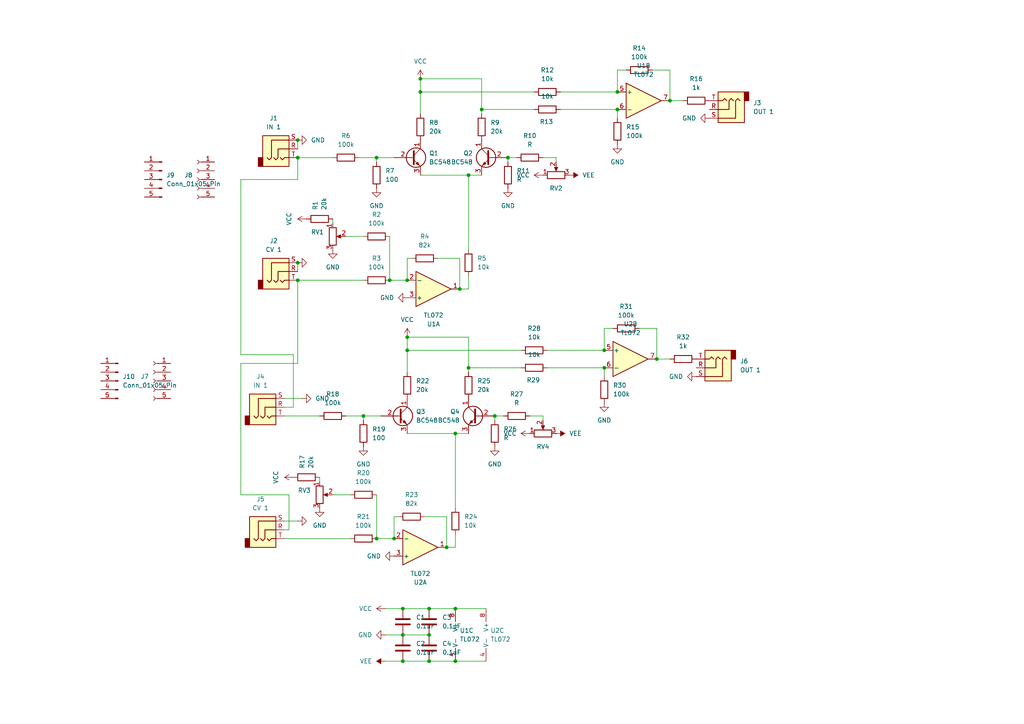
<source format=kicad_sch>
(kicad_sch (version 20231120) (generator "eeschema") (generator_version "8.0")
  (paper "A4")
  (lib_symbols
    (symbol "Amplifier_Operational:TL072" (pin_names (offset 0.127))
      (property "Reference" "U" (at 0 5.08 0))
      (property "Value" "TL072" (at 0 -5.08 0))
      (symbol "TL072_1_1"
        (polyline (pts (xy -5.08 5.08) (xy 5.08 0) (xy -5.08 -5.08) (xy -5.08 5.08)) (stroke (width 0.254)) (fill (type background)))
        (pin output line (at 7.62 0 180) (length 2.54) (name "~") (number "1"))
        (pin input line (at -7.62 -2.54 0) (length 2.54) (name "-") (number "2"))
        (pin input line (at -7.62 2.54 0) (length 2.54) (name "+") (number "3"))
      )
      (symbol "TL072_2_1"
        (polyline (pts (xy -5.08 5.08) (xy 5.08 0) (xy -5.08 -5.08) (xy -5.08 5.08)) (stroke (width 0.254)) (fill (type background)))
        (pin input line (at -7.62 2.54 0) (length 2.54) (name "+") (number "5"))
        (pin input line (at -7.62 -2.54 0) (length 2.54) (name "-") (number "6"))
        (pin output line (at 7.62 0 180) (length 2.54) (name "~") (number "7"))
      )
      (symbol "TL072_3_1"
        (pin power_in line (at -2.54 -7.62 90) (length 3.81) (name "V-") (number "4"))
        (pin power_in line (at -2.54 7.62 270) (length 3.81) (name "V+") (number "8"))
      )
    )
    (symbol "Connector:Conn_01x05_Pin" (pin_names (offset 1.016) hide)
      (property "Reference" "J" (at 0 7.62 0))
      (property "Value" "Conn_01x05_Pin" (at 0 -7.62 0))
      (symbol "Conn_01x05_Pin_1_1"
        (polyline (pts (xy 1.27 -5.08) (xy 0.8636 -5.08)) (stroke (width 0.1524)))
        (polyline (pts (xy 1.27 -2.54) (xy 0.8636 -2.54)) (stroke (width 0.1524)))
        (polyline (pts (xy 1.27 0) (xy 0.8636 0)) (stroke (width 0.1524)))
        (polyline (pts (xy 1.27 2.54) (xy 0.8636 2.54)) (stroke (width 0.1524)))
        (polyline (pts (xy 1.27 5.08) (xy 0.8636 5.08)) (stroke (width 0.1524)))
        (rectangle (start 0.8636 -4.953) (end 0 -5.207) (stroke (width 0.1524)) (fill (type outline)))
        (rectangle (start 0.8636 -2.413) (end 0 -2.667) (stroke (width 0.1524)) (fill (type outline)))
        (rectangle (start 0.8636 0.127) (end 0 -0.127) (stroke (width 0.1524)) (fill (type outline)))
        (rectangle (start 0.8636 2.667) (end 0 2.413) (stroke (width 0.1524)) (fill (type outline)))
        (rectangle (start 0.8636 5.207) (end 0 4.953) (stroke (width 0.1524)) (fill (type outline)))
        (pin passive line (at 5.08 5.08 180) (length 3.81) (name "Pin_1") (number "1"))
        (pin passive line (at 5.08 2.54 180) (length 3.81) (name "Pin_2") (number "2"))
        (pin passive line (at 5.08 0 180) (length 3.81) (name "Pin_3") (number "3"))
        (pin passive line (at 5.08 -2.54 180) (length 3.81) (name "Pin_4") (number "4"))
        (pin passive line (at 5.08 -5.08 180) (length 3.81) (name "Pin_5") (number "5"))
      )
    )
    (symbol "Connector:Conn_01x05_Socket" (pin_names (offset 1.016) hide)
      (property "Reference" "J" (at 0 7.62 0))
      (property "Value" "Conn_01x05_Socket" (at 0 -7.62 0))
      (symbol "Conn_01x05_Socket_1_1"
        (arc (start 0 -4.572) (mid -0.5058 -5.08) (end 0 -5.588) (stroke (width 0.1524)))
        (arc (start 0 -2.032) (mid -0.5058 -2.54) (end 0 -3.048) (stroke (width 0.1524)))
        (polyline (pts (xy -1.27 -5.08) (xy -0.508 -5.08)) (stroke (width 0.1524)))
        (polyline (pts (xy -1.27 -2.54) (xy -0.508 -2.54)) (stroke (width 0.1524)))
        (polyline (pts (xy -1.27 0) (xy -0.508 0)) (stroke (width 0.1524)))
        (polyline (pts (xy -1.27 2.54) (xy -0.508 2.54)) (stroke (width 0.1524)))
        (polyline (pts (xy -1.27 5.08) (xy -0.508 5.08)) (stroke (width 0.1524)))
        (arc (start 0 0.508) (mid -0.5058 0) (end 0 -0.508) (stroke (width 0.1524)))
        (arc (start 0 3.048) (mid -0.5058 2.54) (end 0 2.032) (stroke (width 0.1524)))
        (arc (start 0 5.588) (mid -0.5058 5.08) (end 0 4.572) (stroke (width 0.1524)))
        (pin passive line (at -5.08 5.08 0) (length 3.81) (name "Pin_1") (number "1"))
        (pin passive line (at -5.08 2.54 0) (length 3.81) (name "Pin_2") (number "2"))
        (pin passive line (at -5.08 0 0) (length 3.81) (name "Pin_3") (number "3"))
        (pin passive line (at -5.08 -2.54 0) (length 3.81) (name "Pin_4") (number "4"))
        (pin passive line (at -5.08 -5.08 0) (length 3.81) (name "Pin_5") (number "5"))
      )
    )
    (symbol "Connector_Audio:AudioJack3"
      (property "Reference" "J" (at 0 8.89 0))
      (property "Value" "AudioJack3" (at 0 6.35 0))
      (symbol "AudioJack3_0_1"
        (rectangle (start -5.08 -5.08) (end -6.35 -2.54) (stroke (width 0.254)) (fill (type outline)))
        (polyline (pts (xy 0 -2.54) (xy 0.635 -3.175) (xy 1.27 -2.54) (xy 2.54 -2.54)) (stroke (width 0.254)))
        (polyline (pts (xy -1.905 -2.54) (xy -1.27 -3.175) (xy -0.635 -2.54) (xy -0.635 0) (xy 2.54 0)) (stroke (width 0.254)))
        (polyline (pts (xy 2.54 2.54) (xy -2.54 2.54) (xy -2.54 -2.54) (xy -3.175 -3.175) (xy -3.81 -2.54)) (stroke (width 0.254)))
        (rectangle (start 2.54 3.81) (end -5.08 -5.08) (stroke (width 0.254)) (fill (type background)))
      )
      (symbol "AudioJack3_1_1"
        (pin passive line (at 5.08 0 180) (length 2.54) (name "~") (number "R"))
        (pin passive line (at 5.08 2.54 180) (length 2.54) (name "~") (number "S"))
        (pin passive line (at 5.08 -2.54 180) (length 2.54) (name "~") (number "T"))
      )
    )
    (symbol "Device:C" (pin_numbers hide) (pin_names (offset 0.254))
      (property "Reference" "C" (at 0.635 2.54 0))
      (property "Value" "C" (at 0.635 -2.54 0))
      (symbol "C_0_1"
        (polyline (pts (xy -2.032 -0.762) (xy 2.032 -0.762)) (stroke (width 0.508)))
        (polyline (pts (xy -2.032 0.762) (xy 2.032 0.762)) (stroke (width 0.508)))
      )
      (symbol "C_1_1"
        (pin passive line (at 0 3.81 270) (length 2.794) (name "~") (number "1"))
        (pin passive line (at 0 -3.81 90) (length 2.794) (name "~") (number "2"))
      )
    )
    (symbol "Device:R" (pin_numbers hide) (pin_names (offset 0))
      (property "Reference" "R" (at 2.032 0 90))
      (property "Value" "R" (at 0 0 90))
      (symbol "R_0_1"
        (rectangle (start -1.016 -2.54) (end 1.016 2.54) (stroke (width 0.254)))
      )
      (symbol "R_1_1"
        (pin passive line (at 0 3.81 270) (length 1.27) (name "~") (number "1"))
        (pin passive line (at 0 -3.81 90) (length 1.27) (name "~") (number "2"))
      )
    )
    (symbol "Device:R_Potentiometer" (pin_names (offset 1.016) hide)
      (property "Reference" "RV" (at -4.445 0 90))
      (property "Value" "R_Potentiometer" (at -2.54 0 90))
      (symbol "R_Potentiometer_0_1"
        (polyline (pts (xy 2.54 0) (xy 1.524 0)))
        (polyline (pts (xy 1.143 0) (xy 2.286 0.508) (xy 2.286 -0.508) (xy 1.143 0)) (fill (type outline)))
        (rectangle (start 1.016 2.54) (end -1.016 -2.54) (stroke (width 0.254)))
      )
      (symbol "R_Potentiometer_1_1"
        (pin passive line (at 0 3.81 270) (length 1.27) (name "1") (number "1"))
        (pin passive line (at 3.81 0 180) (length 1.27) (name "2") (number "2"))
        (pin passive line (at 0 -3.81 90) (length 1.27) (name "3") (number "3"))
      )
    )
    (symbol "Transistor_BJT:BC548" (pin_names (offset 0) hide)
      (property "Reference" "Q" (at 5.08 1.905 0))
      (property "Value" "BC548" (at 5.08 0 0))
      (symbol "BC548_0_1"
        (polyline (pts (xy 0 0) (xy 0.635 0)))
        (polyline (pts (xy 0.635 0.635) (xy 2.54 2.54)))
        (polyline (pts (xy 0.635 -0.635) (xy 2.54 -2.54) (xy 2.54 -2.54)))
        (polyline (pts (xy 0.635 1.905) (xy 0.635 -1.905) (xy 0.635 -1.905)) (stroke (width 0.508)))
        (polyline (pts (xy 1.27 -1.778) (xy 1.778 -1.27) (xy 2.286 -2.286) (xy 1.27 -1.778) (xy 1.27 -1.778)) (fill (type outline)))
        (circle (center 1.27 0) (radius 2.8194) (stroke (width 0.254)))
      )
      (symbol "BC548_1_1"
        (pin passive line (at 2.54 5.08 270) (length 2.54) (name "C") (number "1"))
        (pin input line (at -5.08 0 0) (length 5.08) (name "B") (number "2"))
        (pin passive line (at 2.54 -5.08 90) (length 2.54) (name "E") (number "3"))
      )
    )
    (symbol "power:GND" (power) (pin_numbers hide) (pin_names (offset 0) hide)
      (property "Value" "GND" (at 0 -3.81 0))
      (symbol "GND_0_1"
        (polyline (pts (xy 0 0) (xy 0 -1.27) (xy 1.27 -1.27) (xy 0 -2.54) (xy -1.27 -1.27) (xy 0 -1.27)))
      )
      (symbol "GND_1_1"
        (pin power_in line (at 0 0 270) (length 0) (name "~") (number "1"))
      )
    )
    (symbol "power:VCC" (power) (pin_numbers hide) (pin_names (offset 0) hide)
      (property "Value" "VCC" (at 0 3.556 0))
      (symbol "VCC_0_1"
        (polyline (pts (xy -0.762 1.27) (xy 0 2.54)))
        (polyline (pts (xy 0 0) (xy 0 2.54)))
        (polyline (pts (xy 0 2.54) (xy 0.762 1.27)))
      )
      (symbol "VCC_1_1"
        (pin power_in line (at 0 0 90) (length 0) (name "~") (number "1"))
      )
    )
    (symbol "power:VEE" (power) (pin_numbers hide) (pin_names (offset 0) hide)
      (property "Value" "VEE" (at 0 3.556 0))
      (symbol "VEE_0_1"
        (polyline (pts (xy 0 0) (xy 0 2.54)))
        (polyline (pts (xy 0.762 1.27) (xy -0.762 1.27) (xy 0 2.54) (xy 0.762 1.27)) (fill (type outline)))
      )
      (symbol "VEE_1_1"
        (pin power_in line (at 0 0 90) (length 0) (name "~") (number "1"))
      )
    )
  )
  (junction (at 113.03 81.28))
  (junction (at 121.92 26.67))
  (junction (at 86.36 45.72))
  (junction (at 124.46 191.77))
  (junction (at 194.31 29.21))
  (junction (at 116.84 176.53))
  (junction (at 143.51 120.65))
  (junction (at 132.08 125.73))
  (junction (at 179.07 31.75))
  (junction (at 118.11 101.6))
  (junction (at 124.46 176.53))
  (junction (at 135.89 106.68))
  (junction (at 86.36 81.28))
  (junction (at 121.92 22.86))
  (junction (at 116.84 191.77))
  (junction (at 190.5 104.14))
  (junction (at 147.32 45.72))
  (junction (at 109.22 45.72))
  (junction (at 86.36 76.2))
  (junction (at 132.08 191.77))
  (junction (at 133.35 83.82))
  (junction (at 139.7 31.75))
  (junction (at 175.26 106.68))
  (junction (at 116.84 184.15))
  (junction (at 118.11 97.79))
  (junction (at 118.11 81.28))
  (junction (at 135.89 50.8))
  (junction (at 132.08 176.53))
  (junction (at 86.36 40.64))
  (junction (at 179.07 26.67))
  (junction (at 109.22 156.21))
  (junction (at 105.41 120.65))
  (junction (at 124.46 184.15))
  (junction (at 175.26 101.6))
  (junction (at 114.3 156.21))
  (junction (at 129.54 158.75))
  (wire (pts (xy 105.41 120.65) (xy 110.49 120.65)))
  (wire (pts (xy 105.41 121.92) (xy 105.41 120.65)))
  (wire (pts (xy 162.56 31.75) (xy 179.07 31.75)))
  (wire (pts (xy 124.46 176.53) (xy 132.08 176.53)))
  (wire (pts (xy 121.92 26.67) (xy 154.94 26.67)))
  (wire (pts (xy 86.36 151.13) (xy 82.55 151.13)))
  (wire (pts (xy 87.63 115.57) (xy 82.55 115.57)))
  (wire (pts (xy 132.08 154.94) (xy 132.08 158.75)))
  (wire (pts (xy 118.11 74.93) (xy 119.38 74.93)))
  (wire (pts (xy 153.67 120.65) (xy 157.48 120.65)))
  (wire (pts (xy 179.07 20.32) (xy 181.61 20.32)))
  (wire (pts (xy 175.26 95.25) (xy 175.26 101.6)))
  (wire (pts (xy 139.7 31.75) (xy 139.7 33.02)))
  (wire (pts (xy 194.31 104.14) (xy 190.5 104.14)))
  (wire (pts (xy 143.51 121.92) (xy 143.51 120.65)))
  (wire (pts (xy 85.09 102.87) (xy 85.09 118.11)))
  (wire (pts (xy 104.14 45.72) (xy 109.22 45.72)))
  (wire (pts (xy 96.52 45.72) (xy 86.36 45.72)))
  (wire (pts (xy 111.76 184.15) (xy 116.84 184.15)))
  (wire (pts (xy 161.29 45.72) (xy 161.29 46.99)))
  (wire (pts (xy 109.22 45.72) (xy 114.3 45.72)))
  (wire (pts (xy 92.71 138.43) (xy 92.71 139.7)))
  (wire (pts (xy 198.12 29.21) (xy 194.31 29.21)))
  (wire (pts (xy 190.5 95.25) (xy 190.5 104.14)))
  (wire (pts (xy 116.84 184.15) (xy 124.46 184.15)))
  (wire (pts (xy 69.85 105.41) (xy 86.36 105.41)))
  (wire (pts (xy 116.84 176.53) (xy 124.46 176.53)))
  (wire (pts (xy 118.11 101.6) (xy 118.11 107.95)))
  (wire (pts (xy 100.33 68.58) (xy 105.41 68.58)))
  (wire (pts (xy 111.76 176.53) (xy 116.84 176.53)))
  (wire (pts (xy 157.48 45.72) (xy 161.29 45.72)))
  (wire (pts (xy 86.36 76.2) (xy 86.36 78.74)))
  (wire (pts (xy 96.52 63.5) (xy 96.52 64.77)))
  (wire (pts (xy 111.76 191.77) (xy 116.84 191.77)))
  (wire (pts (xy 123.19 149.86) (xy 129.54 149.86)))
  (wire (pts (xy 124.46 191.77) (xy 132.08 191.77)))
  (wire (pts (xy 135.89 50.8) (xy 135.89 72.39)))
  (wire (pts (xy 147.32 45.72) (xy 149.86 45.72)))
  (wire (pts (xy 132.08 191.77) (xy 140.97 191.77)))
  (wire (pts (xy 143.51 120.65) (xy 146.05 120.65)))
  (wire (pts (xy 135.89 106.68) (xy 135.89 107.95)))
  (wire (pts (xy 114.3 149.86) (xy 114.3 156.21)))
  (wire (pts (xy 69.85 143.51) (xy 83.82 143.51)))
  (wire (pts (xy 113.03 81.28) (xy 118.11 81.28)))
  (wire (pts (xy 69.85 102.87) (xy 85.09 102.87)))
  (wire (pts (xy 179.07 20.32) (xy 179.07 26.67)))
  (wire (pts (xy 109.22 156.21) (xy 114.3 156.21)))
  (wire (pts (xy 69.85 52.07) (xy 69.85 102.87)))
  (wire (pts (xy 179.07 34.29) (xy 179.07 31.75)))
  (wire (pts (xy 121.92 22.86) (xy 121.92 26.67)))
  (wire (pts (xy 69.85 52.07) (xy 86.36 52.07)))
  (wire (pts (xy 96.52 143.51) (xy 101.6 143.51)))
  (wire (pts (xy 162.56 26.67) (xy 179.07 26.67)))
  (wire (pts (xy 135.89 106.68) (xy 151.13 106.68)))
  (wire (pts (xy 113.03 68.58) (xy 113.03 81.28)))
  (wire (pts (xy 121.92 50.8) (xy 135.89 50.8)))
  (wire (pts (xy 132.08 125.73) (xy 135.89 125.73)))
  (wire (pts (xy 121.92 22.86) (xy 139.7 22.86)))
  (wire (pts (xy 147.32 46.99) (xy 147.32 45.72)))
  (wire (pts (xy 100.33 120.65) (xy 105.41 120.65)))
  (wire (pts (xy 132.08 176.53) (xy 140.97 176.53)))
  (wire (pts (xy 189.23 20.32) (xy 194.31 20.32)))
  (wire (pts (xy 116.84 191.77) (xy 124.46 191.77)))
  (wire (pts (xy 129.54 149.86) (xy 129.54 158.75)))
  (wire (pts (xy 133.35 74.93) (xy 133.35 83.82)))
  (wire (pts (xy 139.7 31.75) (xy 154.94 31.75)))
  (wire (pts (xy 118.11 97.79) (xy 118.11 101.6)))
  (wire (pts (xy 135.89 50.8) (xy 139.7 50.8)))
  (wire (pts (xy 135.89 97.79) (xy 135.89 106.68)))
  (wire (pts (xy 175.26 95.25) (xy 177.8 95.25)))
  (wire (pts (xy 118.11 74.93) (xy 118.11 81.28)))
  (wire (pts (xy 109.22 46.99) (xy 109.22 45.72)))
  (wire (pts (xy 118.11 97.79) (xy 135.89 97.79)))
  (wire (pts (xy 86.36 81.28) (xy 86.36 105.41)))
  (wire (pts (xy 129.54 158.75) (xy 132.08 158.75)))
  (wire (pts (xy 127 74.93) (xy 133.35 74.93)))
  (wire (pts (xy 109.22 143.51) (xy 109.22 156.21)))
  (wire (pts (xy 83.82 143.51) (xy 83.82 153.67)))
  (wire (pts (xy 157.48 120.65) (xy 157.48 121.92)))
  (wire (pts (xy 86.36 81.28) (xy 105.41 81.28)))
  (wire (pts (xy 158.75 106.68) (xy 175.26 106.68)))
  (wire (pts (xy 135.89 80.01) (xy 135.89 83.82)))
  (wire (pts (xy 86.36 40.64) (xy 86.36 43.18)))
  (wire (pts (xy 69.85 105.41) (xy 69.85 143.51)))
  (wire (pts (xy 82.55 118.11) (xy 85.09 118.11)))
  (wire (pts (xy 132.08 125.73) (xy 132.08 147.32)))
  (wire (pts (xy 114.3 149.86) (xy 115.57 149.86)))
  (wire (pts (xy 82.55 156.21) (xy 101.6 156.21)))
  (wire (pts (xy 175.26 109.22) (xy 175.26 106.68)))
  (wire (pts (xy 121.92 26.67) (xy 121.92 33.02)))
  (wire (pts (xy 158.75 101.6) (xy 175.26 101.6)))
  (wire (pts (xy 194.31 20.32) (xy 194.31 29.21)))
  (wire (pts (xy 133.35 83.82) (xy 135.89 83.82)))
  (wire (pts (xy 86.36 45.72) (xy 86.36 52.07)))
  (wire (pts (xy 139.7 22.86) (xy 139.7 31.75)))
  (wire (pts (xy 118.11 101.6) (xy 151.13 101.6)))
  (wire (pts (xy 92.71 120.65) (xy 82.55 120.65)))
  (wire (pts (xy 82.55 153.67) (xy 83.82 153.67)))
  (wire (pts (xy 185.42 95.25) (xy 190.5 95.25)))
  (wire (pts (xy 118.11 125.73) (xy 132.08 125.73)))
  (symbol (lib_id "Device:R") (at 179.07 38.1 0) (unit 1)
    (property "Reference" "R15" (at 181.61 36.8299 0) (effects (justify left)))
    (property "Value" "100k" (at 181.61 39.3699 0) (effects (justify left)))
    (property "Footprint" "Resistor_THT:R_Axial_DIN0207_L6.3mm_D2.5mm_P2.54mm_Vertical" (effects (hide yes)))
    (property "Description" "Resistor" (effects (hide yes)))
  )
  (symbol (lib_id "Device:R") (at 132.08 151.13 0) (unit 1)
    (property "Reference" "R24" (at 134.62 149.8599 0) (effects (justify left)))
    (property "Value" "10k" (at 134.62 152.3999 0) (effects (justify left)))
    (property "Footprint" "Resistor_THT:R_Axial_DIN0207_L6.3mm_D2.5mm_P2.54mm_Vertical" (effects (hide yes)))
    (property "Description" "Resistor" (effects (hide yes)))
  )
  (symbol (lib_id "Connector:Conn_01x05_Pin") (at 46.99 52.07 0) (mirror y) (unit 1)
    (property "Reference" "J9" (at 48.26 50.7999 0) (effects (justify right)))
    (property "Value" "Conn_01x05_Pin" (at 48.26 53.3399 0) (effects (justify right)))
    (property "Description" "Generic connector, single row, 01x05, script generated" (effects (hide yes)))
  )
  (symbol (lib_id "Device:R") (at 88.9 138.43 90) (unit 1)
    (property "Reference" "R17" (at 87.6299 135.89 0) (effects (justify left)))
    (property "Value" "20k" (at 90.1699 135.89 0) (effects (justify left)))
    (property "Footprint" "Resistor_THT:R_Axial_DIN0207_L6.3mm_D2.5mm_P2.54mm_Vertical" (effects (hide yes)))
    (property "Description" "Resistor" (effects (hide yes)))
  )
  (symbol (lib_id "Device:R") (at 158.75 31.75 90) (unit 1)
    (property "Reference" "R13" (at 158.496 35.306 90))
    (property "Value" "10k" (at 158.75 27.94 90))
    (property "Footprint" "Resistor_THT:R_Axial_DIN0207_L6.3mm_D2.5mm_P2.54mm_Vertical" (effects (hide yes)))
    (property "Description" "Resistor" (effects (hide yes)))
  )
  (symbol (lib_id "Device:R") (at 158.75 26.67 90) (unit 1)
    (property "Reference" "R12" (at 158.75 20.32 90))
    (property "Value" "10k" (at 158.75 22.86 90))
    (property "Footprint" "Resistor_THT:R_Axial_DIN0207_L6.3mm_D2.5mm_P2.54mm_Vertical" (effects (hide yes)))
    (property "Description" "Resistor" (effects (hide yes)))
  )
  (symbol (lib_id "power:GND") (at 86.36 151.13 90) (unit 1)
    (property "Reference" "#PWR014" (effects (hide yes)))
    (property "Value" "GND" (effects (hide yes)))
    (property "Description" "Power symbol creates a global label with name \"GND\" , ground" (effects (hide yes)))
  )
  (symbol (lib_id "power:GND") (at 147.32 54.61 0) (unit 1)
    (property "Reference" "#PWR06" (effects (hide yes)))
    (property "Value" "GND" (at 147.32 59.69 0))
    (property "Description" "Power symbol creates a global label with name \"GND\" , ground" (effects (hide yes)))
  )
  (symbol (lib_id "Device:R_Potentiometer") (at 161.29 50.8 90) (unit 1)
    (property "Reference" "RV2" (at 161.29 54.61 90))
    (property "Value" "R_Potentiometer" (effects (hide yes)))
    (property "Footprint" "Eurorack:Potentiometer_RV09" (effects (hide yes)))
    (property "Description" "Potentiometer" (effects (hide yes)))
  )
  (symbol (lib_id "power:VCC") (at 88.9 63.5 90) (unit 1)
    (property "Reference" "#PWR03" (effects (hide yes)))
    (property "Value" "VCC" (at 83.82 63.5 0))
    (property "Description" "Power symbol creates a global label with name \"VCC\"" (effects (hide yes)))
  )
  (symbol (lib_id "Transistor_BJT:BC548") (at 138.43 120.65 0) (mirror y) (unit 1)
    (property "Reference" "Q4" (at 133.35 119.3799 0) (effects (justify left)))
    (property "Value" "BC548" (at 133.35 121.9199 0) (effects (justify left)))
    (property "Footprint" "Package_TO_SOT_THT:TO-92_Inline" (effects (hide yes)))
    (property "Datasheet" "https://www.onsemi.com/pub/Collateral/BC550-D.pdf" (effects (hide yes)))
    (property "Description" "0.1A Ic, 30V Vce, Small Signal NPN Transistor, TO-92" (effects (hide yes)))
  )
  (symbol (lib_id "power:VEE") (at 161.29 125.73 270) (unit 1)
    (property "Reference" "#PWR022" (effects (hide yes)))
    (property "Value" "VEE" (at 165.1 125.7299 90) (effects (justify left)))
    (property "Description" "Power symbol creates a global label with name \"VEE\"" (effects (hide yes)))
  )
  (symbol (lib_id "power:GND") (at 111.76 184.15 270) (unit 1)
    (property "Reference" "#PWR027" (effects (hide yes)))
    (property "Value" "GND" (at 107.95 184.1499 90) (effects (justify right)))
    (property "Description" "Power symbol creates a global label with name \"GND\" , ground" (effects (hide yes)))
  )
  (symbol (lib_id "power:GND") (at 114.3 161.29 270) (unit 1)
    (property "Reference" "#PWR018" (effects (hide yes)))
    (property "Value" "GND" (at 110.49 161.2899 90) (effects (justify right)))
    (property "Description" "Power symbol creates a global label with name \"GND\" , ground" (effects (hide yes)))
  )
  (symbol (lib_id "Device:R") (at 201.93 29.21 90) (unit 1)
    (property "Reference" "R16" (at 201.93 22.86 90))
    (property "Value" "1k" (at 201.93 25.4 90))
    (property "Footprint" "Resistor_THT:R_Axial_DIN0207_L6.3mm_D2.5mm_P2.54mm_Vertical" (effects (hide yes)))
    (property "Description" "Resistor" (effects (hide yes)))
  )
  (symbol (lib_id "Device:C") (at 124.46 180.34 0) (unit 1)
    (property "Reference" "C3" (at 128.27 179.0699 0) (effects (justify left)))
    (property "Value" "0.1uF" (at 128.27 181.6099 0) (effects (justify left)))
    (property "Footprint" "Capacitor_THT:CP_Radial_D5.0mm_P2.00mm" (effects (hide yes)))
    (property "Description" "Unpolarized capacitor" (effects (hide yes)))
  )
  (symbol (lib_id "Device:R") (at 154.94 101.6 90) (unit 1)
    (property "Reference" "R28" (at 154.94 95.25 90))
    (property "Value" "10k" (at 154.94 97.79 90))
    (property "Footprint" "Resistor_THT:R_Axial_DIN0207_L6.3mm_D2.5mm_P2.54mm_Vertical" (effects (hide yes)))
    (property "Description" "Resistor" (effects (hide yes)))
  )
  (symbol (lib_id "Device:C") (at 124.46 187.96 0) (unit 1)
    (property "Reference" "C4" (at 128.27 186.6899 0) (effects (justify left)))
    (property "Value" "0.1uF" (at 128.27 189.2299 0) (effects (justify left)))
    (property "Footprint" "Capacitor_THT:CP_Radial_D5.0mm_P2.00mm" (effects (hide yes)))
    (property "Description" "Unpolarized capacitor" (effects (hide yes)))
  )
  (symbol (lib_id "Device:R") (at 153.67 45.72 90) (unit 1)
    (property "Reference" "R10" (at 153.67 39.37 90))
    (property "Value" "R" (at 153.67 41.91 90))
    (property "Footprint" "Resistor_THT:R_Axial_DIN0207_L6.3mm_D2.5mm_P2.54mm_Vertical" (effects (hide yes)))
    (property "Description" "Resistor" (effects (hide yes)))
  )
  (symbol (lib_id "Device:R") (at 121.92 36.83 0) (unit 1)
    (property "Reference" "R8" (at 124.46 35.5599 0) (effects (justify left)))
    (property "Value" "20k" (at 124.46 38.0999 0) (effects (justify left)))
    (property "Footprint" "Resistor_THT:R_Axial_DIN0207_L6.3mm_D2.5mm_P2.54mm_Vertical" (effects (hide yes)))
    (property "Description" "Resistor" (effects (hide yes)))
  )
  (symbol (lib_id "Device:R") (at 198.12 104.14 90) (unit 1)
    (property "Reference" "R32" (at 198.12 97.79 90))
    (property "Value" "1k" (at 198.12 100.33 90))
    (property "Footprint" "Resistor_THT:R_Axial_DIN0207_L6.3mm_D2.5mm_P2.54mm_Vertical" (effects (hide yes)))
    (property "Description" "Resistor" (effects (hide yes)))
  )
  (symbol (lib_id "Transistor_BJT:BC548") (at 119.38 45.72 0) (unit 1)
    (property "Reference" "Q1" (at 124.46 44.4499 0) (effects (justify left)))
    (property "Value" "BC548" (at 124.46 46.9899 0) (effects (justify left)))
    (property "Footprint" "Package_TO_SOT_THT:TO-92_Inline" (effects (hide yes)))
    (property "Datasheet" "https://www.onsemi.com/pub/Collateral/BC550-D.pdf" (effects (hide yes)))
    (property "Description" "0.1A Ic, 30V Vce, Small Signal NPN Transistor, TO-92" (effects (hide yes)))
  )
  (symbol (lib_id "Device:R") (at 154.94 106.68 90) (unit 1)
    (property "Reference" "R29" (at 154.686 110.236 90))
    (property "Value" "10k" (at 154.94 102.87 90))
    (property "Footprint" "Resistor_THT:R_Axial_DIN0207_L6.3mm_D2.5mm_P2.54mm_Vertical" (effects (hide yes)))
    (property "Description" "Resistor" (effects (hide yes)))
  )
  (symbol (lib_id "Connector:Conn_01x05_Pin") (at 34.29 110.49 0) (mirror y) (unit 1)
    (property "Reference" "J10" (at 35.56 109.2199 0) (effects (justify right)))
    (property "Value" "Conn_01x05_Pin" (at 35.56 111.7599 0) (effects (justify right)))
    (property "Description" "Generic connector, single row, 01x05, script generated" (effects (hide yes)))
  )
  (symbol (lib_id "power:GND") (at 86.36 40.64 90) (unit 1)
    (property "Reference" "#PWR012" (effects (hide yes)))
    (property "Value" "GND" (at 90.17 40.6399 90) (effects (justify right)))
    (property "Description" "Power symbol creates a global label with name \"GND\" , ground" (effects (hide yes)))
  )
  (symbol (lib_id "Device:R") (at 109.22 68.58 90) (unit 1)
    (property "Reference" "R2" (at 109.22 62.23 90))
    (property "Value" "100k" (at 109.22 64.77 90))
    (property "Footprint" "Resistor_THT:R_Axial_DIN0207_L6.3mm_D2.5mm_P2.54mm_Vertical" (effects (hide yes)))
    (property "Description" "Resistor" (effects (hide yes)))
  )
  (symbol (lib_id "Device:R") (at 181.61 95.25 90) (unit 1)
    (property "Reference" "R31" (at 181.61 88.9 90))
    (property "Value" "100k" (at 181.61 91.44 90))
    (property "Footprint" "Resistor_THT:R_Axial_DIN0207_L6.3mm_D2.5mm_P2.54mm_Vertical" (effects (hide yes)))
    (property "Description" "Resistor" (effects (hide yes)))
  )
  (symbol (lib_id "Device:R") (at 118.11 111.76 0) (unit 1)
    (property "Reference" "R22" (at 120.65 110.4899 0) (effects (justify left)))
    (property "Value" "20k" (at 120.65 113.0299 0) (effects (justify left)))
    (property "Footprint" "Resistor_THT:R_Axial_DIN0207_L6.3mm_D2.5mm_P2.54mm_Vertical" (effects (hide yes)))
    (property "Description" "Resistor" (effects (hide yes)))
  )
  (symbol (lib_id "Connector_Audio:AudioJack3") (at 81.28 78.74 0) (unit 1)
    (property "Reference" "J2" (at 79.375 69.85 0))
    (property "Value" "CV 1" (at 79.375 72.39 0))
    (property "Footprint" "Eurorack:AudioJack_3.5mm" (effects (hide yes)))
    (property "Description" "Audio Jack, 3 Poles (Stereo / TRS)" (effects (hide yes)))
  )
  (symbol (lib_id "Amplifier_Operational:TL072") (at 125.73 83.82 0) (mirror x) (unit 1)
    (property "Reference" "U1" (at 125.73 93.98 0))
    (property "Value" "TL072" (at 125.73 91.44 0))
    (property "Footprint" "Package_DIP:DIP-8_W7.62mm" (effects (hide yes)))
    (property "Datasheet" "http://www.ti.com/lit/ds/symlink/tl071.pdf" (effects (hide yes)))
    (property "Description" "Dual Low-Noise JFET-Input Operational Amplifiers, DIP-8/SOIC-8" (effects (hide yes)))
  )
  (symbol (lib_id "power:GND") (at 118.11 86.36 270) (unit 1)
    (property "Reference" "#PWR011" (effects (hide yes)))
    (property "Value" "GND" (at 114.3 86.3599 90) (effects (justify right)))
    (property "Description" "Power symbol creates a global label with name \"GND\" , ground" (effects (hide yes)))
  )
  (symbol (lib_id "Connector_Audio:AudioJack3") (at 77.47 153.67 0) (unit 1)
    (property "Reference" "J5" (at 75.565 144.78 0))
    (property "Value" "CV 1" (at 75.565 147.32 0))
    (property "Footprint" "Eurorack:AudioJack_3.5mm" (effects (hide yes)))
    (property "Description" "Audio Jack, 3 Poles (Stereo / TRS)" (effects (hide yes)))
  )
  (symbol (lib_id "Device:R") (at 109.22 81.28 270) (unit 1)
    (property "Reference" "R3" (at 109.22 74.93 90))
    (property "Value" "100k" (at 109.22 77.47 90))
    (property "Footprint" "Resistor_THT:R_Axial_DIN0207_L6.3mm_D2.5mm_P2.54mm_Vertical" (effects (hide yes)))
    (property "Description" "Resistor" (effects (hide yes)))
  )
  (symbol (lib_id "Amplifier_Operational:TL072") (at 134.62 184.15 0) (unit 3)
    (property "Reference" "U1" (at 133.35 182.8799 0) (effects (justify left)))
    (property "Value" "TL072" (at 133.35 185.4199 0) (effects (justify left)))
    (property "Footprint" "Package_DIP:DIP-8_W7.62mm" (effects (hide yes)))
    (property "Datasheet" "http://www.ti.com/lit/ds/symlink/tl071.pdf" (effects (hide yes)))
    (property "Description" "Dual Low-Noise JFET-Input Operational Amplifiers, DIP-8/SOIC-8" (effects (hide yes)))
  )
  (symbol (lib_id "Device:R") (at 185.42 20.32 90) (unit 1)
    (property "Reference" "R14" (at 185.42 13.97 90))
    (property "Value" "100k" (at 185.42 16.51 90))
    (property "Footprint" "Resistor_THT:R_Axial_DIN0207_L6.3mm_D2.5mm_P2.54mm_Vertical" (effects (hide yes)))
    (property "Description" "Resistor" (effects (hide yes)))
  )
  (symbol (lib_id "power:VCC") (at 153.67 125.73 90) (unit 1)
    (property "Reference" "#PWR021" (effects (hide yes)))
    (property "Value" "VCC" (at 149.86 125.7299 90) (effects (justify left)))
    (property "Description" "Power symbol creates a global label with name \"VCC\"" (effects (hide yes)))
  )
  (symbol (lib_id "Transistor_BJT:BC548") (at 142.24 45.72 0) (mirror y) (unit 1)
    (property "Reference" "Q2" (at 137.16 44.4499 0) (effects (justify left)))
    (property "Value" "BC548" (at 137.16 46.9899 0) (effects (justify left)))
    (property "Footprint" "Package_TO_SOT_THT:TO-92_Inline" (effects (hide yes)))
    (property "Datasheet" "https://www.onsemi.com/pub/Collateral/BC550-D.pdf" (effects (hide yes)))
    (property "Description" "0.1A Ic, 30V Vce, Small Signal NPN Transistor, TO-92" (effects (hide yes)))
  )
  (symbol (lib_id "Connector_Audio:AudioJack3") (at 210.82 31.75 180) (unit 1)
    (property "Reference" "J3" (at 218.44 29.8449 0) (effects (justify right)))
    (property "Value" "OUT 1" (at 218.44 32.3849 0) (effects (justify right)))
    (property "Footprint" "Eurorack:AudioJack_3.5mm" (effects (hide yes)))
    (property "Description" "Audio Jack, 3 Poles (Stereo / TRS)" (effects (hide yes)))
  )
  (symbol (lib_id "power:GND") (at 92.71 147.32 0) (unit 1)
    (property "Reference" "#PWR016" (effects (hide yes)))
    (property "Value" "GND" (at 92.71 152.4 0))
    (property "Description" "Power symbol creates a global label with name \"GND\" , ground" (effects (hide yes)))
  )
  (symbol (lib_id "power:GND") (at 105.41 129.54 0) (unit 1)
    (property "Reference" "#PWR017" (effects (hide yes)))
    (property "Value" "GND" (at 105.41 134.62 0))
    (property "Description" "Power symbol creates a global label with name \"GND\" , ground" (effects (hide yes)))
  )
  (symbol (lib_id "Amplifier_Operational:TL072") (at 186.69 29.21 0) (unit 2)
    (property "Reference" "U1" (at 186.69 19.05 0))
    (property "Value" "TL072" (at 186.69 21.59 0))
    (property "Footprint" "Package_DIP:DIP-8_W7.62mm" (effects (hide yes)))
    (property "Datasheet" "http://www.ti.com/lit/ds/symlink/tl071.pdf" (effects (hide yes)))
    (property "Description" "Dual Low-Noise JFET-Input Operational Amplifiers, DIP-8/SOIC-8" (effects (hide yes)))
  )
  (symbol (lib_id "Connector_Audio:AudioJack3") (at 77.47 118.11 0) (unit 1)
    (property "Reference" "J4" (at 75.565 109.22 0))
    (property "Value" "IN 1" (at 75.565 111.76 0))
    (property "Footprint" "Eurorack:AudioJack_3.5mm" (effects (hide yes)))
    (property "Description" "Audio Jack, 3 Poles (Stereo / TRS)" (effects (hide yes)))
  )
  (symbol (lib_id "Device:R") (at 105.41 156.21 270) (unit 1)
    (property "Reference" "R21" (at 105.41 149.86 90))
    (property "Value" "100k" (at 105.41 152.4 90))
    (property "Footprint" "Resistor_THT:R_Axial_DIN0207_L6.3mm_D2.5mm_P2.54mm_Vertical" (effects (hide yes)))
    (property "Description" "Resistor" (effects (hide yes)))
  )
  (symbol (lib_id "Transistor_BJT:BC548") (at 115.57 120.65 0) (unit 1)
    (property "Reference" "Q3" (at 120.65 119.3799 0) (effects (justify left)))
    (property "Value" "BC548" (at 120.65 121.9199 0) (effects (justify left)))
    (property "Footprint" "Package_TO_SOT_THT:TO-92_Inline" (effects (hide yes)))
    (property "Datasheet" "https://www.onsemi.com/pub/Collateral/BC550-D.pdf" (effects (hide yes)))
    (property "Description" "0.1A Ic, 30V Vce, Small Signal NPN Transistor, TO-92" (effects (hide yes)))
  )
  (symbol (lib_id "Connector_Audio:AudioJack3") (at 81.28 43.18 0) (unit 1)
    (property "Reference" "J1" (at 79.375 34.29 0))
    (property "Value" "IN 1" (at 79.375 36.83 0))
    (property "Footprint" "Eurorack:AudioJack_3.5mm" (effects (hide yes)))
    (property "Description" "Audio Jack, 3 Poles (Stereo / TRS)" (effects (hide yes)))
  )
  (symbol (lib_id "power:GND") (at 86.36 76.2 90) (unit 1)
    (property "Reference" "#PWR02" (effects (hide yes)))
    (property "Value" "GND" (effects (hide yes)))
    (property "Description" "Power symbol creates a global label with name \"GND\" , ground" (effects (hide yes)))
  )
  (symbol (lib_id "power:GND") (at 87.63 115.57 90) (unit 1)
    (property "Reference" "#PWR013" (effects (hide yes)))
    (property "Value" "GND" (at 91.44 115.5699 90) (effects (justify right)))
    (property "Description" "Power symbol creates a global label with name \"GND\" , ground" (effects (hide yes)))
  )
  (symbol (lib_id "power:GND") (at 109.22 54.61 0) (unit 1)
    (property "Reference" "#PWR04" (effects (hide yes)))
    (property "Value" "GND" (at 109.22 59.69 0))
    (property "Description" "Power symbol creates a global label with name \"GND\" , ground" (effects (hide yes)))
  )
  (symbol (lib_id "Connector:Conn_01x05_Socket") (at 57.15 52.07 0) (mirror y) (unit 1)
    (property "Reference" "J8" (at 55.88 50.7999 0) (effects (justify left)))
    (property "Value" "Conn_01x05_Socket" (effects (hide yes)))
    (property "Description" "Generic connector, single row, 01x05, script generated" (effects (hide yes)))
  )
  (symbol (lib_id "Amplifier_Operational:TL072") (at 143.51 184.15 0) (unit 3)
    (property "Reference" "U2" (at 142.24 182.8799 0) (effects (justify left)))
    (property "Value" "TL072" (at 142.24 185.4199 0) (effects (justify left)))
    (property "Footprint" "Package_DIP:DIP-8_W7.62mm" (effects (hide yes)))
    (property "Datasheet" "http://www.ti.com/lit/ds/symlink/tl071.pdf" (effects (hide yes)))
    (property "Description" "Dual Low-Noise JFET-Input Operational Amplifiers, DIP-8/SOIC-8" (effects (hide yes)))
  )
  (symbol (lib_id "Device:R") (at 149.86 120.65 90) (unit 1)
    (property "Reference" "R27" (at 149.86 114.3 90))
    (property "Value" "R" (at 149.86 116.84 90))
    (property "Footprint" "Resistor_THT:R_Axial_DIN0207_L6.3mm_D2.5mm_P2.54mm_Vertical" (effects (hide yes)))
    (property "Description" "Resistor" (effects (hide yes)))
  )
  (symbol (lib_id "Device:R") (at 123.19 74.93 90) (unit 1)
    (property "Reference" "R4" (at 123.19 68.58 90))
    (property "Value" "82k" (at 123.19 71.12 90))
    (property "Footprint" "Resistor_THT:R_Axial_DIN0207_L6.3mm_D2.5mm_P2.54mm_Vertical" (effects (hide yes)))
    (property "Description" "Resistor" (effects (hide yes)))
  )
  (symbol (lib_id "Device:R_Potentiometer") (at 92.71 143.51 0) (unit 1)
    (property "Reference" "RV3" (at 90.17 142.2399 0) (effects (justify right)))
    (property "Value" "100k" (effects (hide yes)))
    (property "Footprint" "Resistor_THT:R_Axial_DIN0207_L6.3mm_D2.5mm_P2.54mm_Vertical" (effects (hide yes)))
    (property "Description" "Potentiometer" (effects (hide yes)))
  )
  (symbol (lib_id "Device:R_Potentiometer") (at 157.48 125.73 90) (unit 1)
    (property "Reference" "RV4" (at 157.48 129.54 90))
    (property "Value" "R_Potentiometer" (effects (hide yes)))
    (property "Footprint" "Eurorack:Potentiometer_RV09" (effects (hide yes)))
    (property "Description" "Potentiometer" (effects (hide yes)))
  )
  (symbol (lib_id "power:GND") (at 201.93 109.22 270) (unit 1)
    (property "Reference" "#PWR024" (effects (hide yes)))
    (property "Value" "GND" (at 198.12 109.2199 90) (effects (justify right)))
    (property "Description" "Power symbol creates a global label with name \"GND\" , ground" (effects (hide yes)))
  )
  (symbol (lib_id "Connector:Conn_01x05_Socket") (at 44.45 110.49 0) (mirror y) (unit 1)
    (property "Reference" "J7" (at 43.18 109.2199 0) (effects (justify left)))
    (property "Value" "Conn_01x05_Socket" (effects (hide yes)))
    (property "Description" "Generic connector, single row, 01x05, script generated" (effects (hide yes)))
  )
  (symbol (lib_id "Device:R_Potentiometer") (at 96.52 68.58 0) (unit 1)
    (property "Reference" "RV1" (at 93.98 67.3099 0) (effects (justify right)))
    (property "Value" "100k" (effects (hide yes)))
    (property "Footprint" "Resistor_THT:R_Axial_DIN0207_L6.3mm_D2.5mm_P2.54mm_Vertical" (effects (hide yes)))
    (property "Description" "Potentiometer" (effects (hide yes)))
  )
  (symbol (lib_id "power:GND") (at 96.52 72.39 0) (unit 1)
    (property "Reference" "#PWR01" (effects (hide yes)))
    (property "Value" "GND" (at 96.52 77.47 0))
    (property "Description" "Power symbol creates a global label with name \"GND\" , ground" (effects (hide yes)))
  )
  (symbol (lib_id "power:VCC") (at 85.09 138.43 90) (unit 1)
    (property "Reference" "#PWR015" (effects (hide yes)))
    (property "Value" "VCC" (at 80.01 138.43 0))
    (property "Description" "Power symbol creates a global label with name \"VCC\"" (effects (hide yes)))
  )
  (symbol (lib_id "Device:R") (at 175.26 113.03 0) (unit 1)
    (property "Reference" "R30" (at 177.8 111.7599 0) (effects (justify left)))
    (property "Value" "100k" (at 177.8 114.2999 0) (effects (justify left)))
    (property "Footprint" "Resistor_THT:R_Axial_DIN0207_L6.3mm_D2.5mm_P2.54mm_Vertical" (effects (hide yes)))
    (property "Description" "Resistor" (effects (hide yes)))
  )
  (symbol (lib_id "power:VCC") (at 111.76 176.53 90) (unit 1)
    (property "Reference" "#PWR025" (effects (hide yes)))
    (property "Value" "VCC" (at 107.95 176.5299 90) (effects (justify left)))
    (property "Description" "Power symbol creates a global label with name \"VCC\"" (effects (hide yes)))
  )
  (symbol (lib_id "Device:R") (at 92.71 63.5 90) (unit 1)
    (property "Reference" "R1" (at 91.4399 60.96 0) (effects (justify left)))
    (property "Value" "20k" (at 93.9799 60.96 0) (effects (justify left)))
    (property "Footprint" "Resistor_THT:R_Axial_DIN0207_L6.3mm_D2.5mm_P2.54mm_Vertical" (effects (hide yes)))
    (property "Description" "Resistor" (effects (hide yes)))
  )
  (symbol (lib_id "power:VEE") (at 111.76 191.77 90) (unit 1)
    (property "Reference" "#PWR026" (effects (hide yes)))
    (property "Value" "VEE" (at 107.95 191.7699 90) (effects (justify left)))
    (property "Description" "Power symbol creates a global label with name \"VEE\"" (effects (hide yes)))
  )
  (symbol (lib_id "Device:C") (at 116.84 180.34 0) (unit 1)
    (property "Reference" "C1" (at 120.65 179.0699 0) (effects (justify left)))
    (property "Value" "0.1uF" (at 120.65 181.6099 0) (effects (justify left)))
    (property "Footprint" "Capacitor_THT:CP_Radial_D5.0mm_P2.00mm" (effects (hide yes)))
    (property "Description" "Unpolarized capacitor" (effects (hide yes)))
  )
  (symbol (lib_id "Device:R") (at 119.38 149.86 90) (unit 1)
    (property "Reference" "R23" (at 119.38 143.51 90))
    (property "Value" "82k" (at 119.38 146.05 90))
    (property "Footprint" "Resistor_THT:R_Axial_DIN0207_L6.3mm_D2.5mm_P2.54mm_Vertical" (effects (hide yes)))
    (property "Description" "Resistor" (effects (hide yes)))
  )
  (symbol (lib_id "Device:R") (at 109.22 50.8 0) (unit 1)
    (property "Reference" "R7" (at 111.76 49.5299 0) (effects (justify left)))
    (property "Value" "100" (at 111.76 52.0699 0) (effects (justify left)))
    (property "Footprint" "Resistor_THT:R_Axial_DIN0207_L6.3mm_D2.5mm_P2.54mm_Vertical" (effects (hide yes)))
    (property "Description" "Resistor" (effects (hide yes)))
  )
  (symbol (lib_id "Device:R") (at 96.52 120.65 90) (unit 1)
    (property "Reference" "R18" (at 96.52 114.3 90))
    (property "Value" "100k" (at 96.52 116.84 90))
    (property "Footprint" "Resistor_THT:R_Axial_DIN0207_L6.3mm_D2.5mm_P2.54mm_Vertical" (effects (hide yes)))
    (property "Description" "Resistor" (effects (hide yes)))
  )
  (symbol (lib_id "Device:R") (at 105.41 125.73 0) (unit 1)
    (property "Reference" "R19" (at 107.95 124.4599 0) (effects (justify left)))
    (property "Value" "100" (at 107.95 126.9999 0) (effects (justify left)))
    (property "Footprint" "Resistor_THT:R_Axial_DIN0207_L6.3mm_D2.5mm_P2.54mm_Vertical" (effects (hide yes)))
    (property "Description" "Resistor" (effects (hide yes)))
  )
  (symbol (lib_id "power:VCC") (at 121.92 22.86 0) (unit 1)
    (property "Reference" "#PWR05" (effects (hide yes)))
    (property "Value" "VCC" (at 121.92 17.78 0))
    (property "Description" "Power symbol creates a global label with name \"VCC\"" (effects (hide yes)))
  )
  (symbol (lib_id "Connector_Audio:AudioJack3") (at 207.01 106.68 180) (unit 1)
    (property "Reference" "J6" (at 214.63 104.7749 0) (effects (justify right)))
    (property "Value" "OUT 1" (at 214.63 107.3149 0) (effects (justify right)))
    (property "Footprint" "Eurorack:AudioJack_3.5mm" (effects (hide yes)))
    (property "Description" "Audio Jack, 3 Poles (Stereo / TRS)" (effects (hide yes)))
  )
  (symbol (lib_id "Device:R") (at 105.41 143.51 90) (unit 1)
    (property "Reference" "R20" (at 105.41 137.16 90))
    (property "Value" "100k" (at 105.41 139.7 90))
    (property "Footprint" "Resistor_THT:R_Axial_DIN0207_L6.3mm_D2.5mm_P2.54mm_Vertical" (effects (hide yes)))
    (property "Description" "Resistor" (effects (hide yes)))
  )
  (symbol (lib_id "Amplifier_Operational:TL072") (at 121.92 158.75 0) (mirror x) (unit 1)
    (property "Reference" "U2" (at 121.92 168.91 0))
    (property "Value" "TL072" (at 121.92 166.37 0))
    (property "Footprint" "Package_DIP:DIP-8_W7.62mm" (effects (hide yes)))
    (property "Datasheet" "http://www.ti.com/lit/ds/symlink/tl071.pdf" (effects (hide yes)))
    (property "Description" "Dual Low-Noise JFET-Input Operational Amplifiers, DIP-8/SOIC-8" (effects (hide yes)))
  )
  (symbol (lib_id "Device:R") (at 143.51 125.73 0) (unit 1)
    (property "Reference" "R26" (at 146.05 124.4599 0) (effects (justify left)))
    (property "Value" "R" (at 146.05 126.9999 0) (effects (justify left)))
    (property "Footprint" "Resistor_THT:R_Axial_DIN0207_L6.3mm_D2.5mm_P2.54mm_Vertical" (effects (hide yes)))
    (property "Description" "Resistor" (effects (hide yes)))
  )
  (symbol (lib_id "power:GND") (at 143.51 129.54 0) (unit 1)
    (property "Reference" "#PWR020" (effects (hide yes)))
    (property "Value" "GND" (at 143.51 134.62 0))
    (property "Description" "Power symbol creates a global label with name \"GND\" , ground" (effects (hide yes)))
  )
  (symbol (lib_id "power:GND") (at 179.07 41.91 0) (unit 1)
    (property "Reference" "#PWR09" (effects (hide yes)))
    (property "Value" "GND" (at 179.07 46.99 0))
    (property "Description" "Power symbol creates a global label with name \"GND\" , ground" (effects (hide yes)))
  )
  (symbol (lib_id "Device:R") (at 100.33 45.72 90) (unit 1)
    (property "Reference" "R6" (at 100.33 39.37 90))
    (property "Value" "100k" (at 100.33 41.91 90))
    (property "Footprint" "Resistor_THT:R_Axial_DIN0207_L6.3mm_D2.5mm_P2.54mm_Vertical" (effects (hide yes)))
    (property "Description" "Resistor" (effects (hide yes)))
  )
  (symbol (lib_id "power:GND") (at 175.26 116.84 0) (unit 1)
    (property "Reference" "#PWR023" (effects (hide yes)))
    (property "Value" "GND" (at 175.26 121.92 0))
    (property "Description" "Power symbol creates a global label with name \"GND\" , ground" (effects (hide yes)))
  )
  (symbol (lib_id "Device:R") (at 135.89 76.2 0) (unit 1)
    (property "Reference" "R5" (at 138.43 74.9299 0) (effects (justify left)))
    (property "Value" "10k" (at 138.43 77.4699 0) (effects (justify left)))
    (property "Footprint" "Resistor_THT:R_Axial_DIN0207_L6.3mm_D2.5mm_P2.54mm_Vertical" (effects (hide yes)))
    (property "Description" "Resistor" (effects (hide yes)))
  )
  (symbol (lib_id "Device:R") (at 135.89 111.76 0) (unit 1)
    (property "Reference" "R25" (at 138.43 110.4899 0) (effects (justify left)))
    (property "Value" "20k" (at 138.43 113.0299 0) (effects (justify left)))
    (property "Footprint" "Resistor_THT:R_Axial_DIN0207_L6.3mm_D2.5mm_P2.54mm_Vertical" (effects (hide yes)))
    (property "Description" "Resistor" (effects (hide yes)))
  )
  (symbol (lib_id "power:VEE") (at 165.1 50.8 270) (unit 1)
    (property "Reference" "#PWR08" (effects (hide yes)))
    (property "Value" "VEE" (at 168.91 50.7999 90) (effects (justify left)))
    (property "Description" "Power symbol creates a global label with name \"VEE\"" (effects (hide yes)))
  )
  (symbol (lib_id "Device:R") (at 139.7 36.83 0) (unit 1)
    (property "Reference" "R9" (at 142.24 35.5599 0) (effects (justify left)))
    (property "Value" "20k" (at 142.24 38.0999 0) (effects (justify left)))
    (property "Footprint" "Resistor_THT:R_Axial_DIN0207_L6.3mm_D2.5mm_P2.54mm_Vertical" (effects (hide yes)))
    (property "Description" "Resistor" (effects (hide yes)))
  )
  (symbol (lib_id "Device:R") (at 147.32 50.8 0) (unit 1)
    (property "Reference" "R11" (at 149.86 49.5299 0) (effects (justify left)))
    (property "Value" "R" (at 149.86 52.0699 0) (effects (justify left)))
    (property "Footprint" "Resistor_THT:R_Axial_DIN0207_L6.3mm_D2.5mm_P2.54mm_Vertical" (effects (hide yes)))
    (property "Description" "Resistor" (effects (hide yes)))
  )
  (symbol (lib_id "Device:C") (at 116.84 187.96 0) (unit 1)
    (property "Reference" "C2" (at 120.65 186.6899 0) (effects (justify left)))
    (property "Value" "0.1uF" (at 120.65 189.2299 0) (effects (justify left)))
    (property "Footprint" "Capacitor_THT:CP_Radial_D5.0mm_P2.00mm" (effects (hide yes)))
    (property "Description" "Unpolarized capacitor" (effects (hide yes)))
  )
  (symbol (lib_id "power:GND") (at 205.74 34.29 270) (unit 1)
    (property "Reference" "#PWR010" (effects (hide yes)))
    (property "Value" "GND" (at 201.93 34.2899 90) (effects (justify right)))
    (property "Description" "Power symbol creates a global label with name \"GND\" , ground" (effects (hide yes)))
  )
  (symbol (lib_id "power:VCC") (at 157.48 50.8 90) (unit 1)
    (property "Reference" "#PWR07" (effects (hide yes)))
    (property "Value" "VCC" (at 153.67 50.7999 90) (effects (justify left)))
    (property "Description" "Power symbol creates a global label with name \"VCC\"" (effects (hide yes)))
  )
  (symbol (lib_id "Amplifier_Operational:TL072") (at 182.88 104.14 0) (unit 2)
    (property "Reference" "U2" (at 182.88 93.98 0))
    (property "Value" "TL072" (at 182.88 96.52 0))
    (property "Footprint" "Package_DIP:DIP-8_W7.62mm" (effects (hide yes)))
    (property "Datasheet" "http://www.ti.com/lit/ds/symlink/tl071.pdf" (effects (hide yes)))
    (property "Description" "Dual Low-Noise JFET-Input Operational Amplifiers, DIP-8/SOIC-8" (effects (hide yes)))
  )
  (symbol (lib_id "power:VCC") (at 118.11 97.79 0) (unit 1)
    (property "Reference" "#PWR019" (effects (hide yes)))
    (property "Value" "VCC" (at 118.11 92.71 0))
    (property "Description" "Power symbol creates a global label with name \"VCC\"" (effects (hide yes)))
  )
)
</source>
